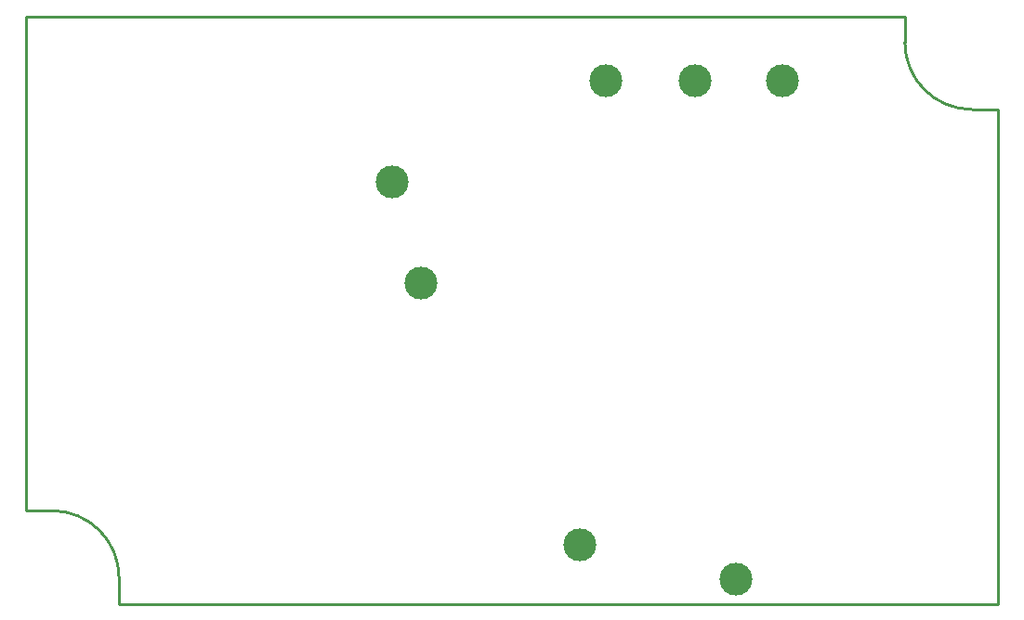
<source format=gbp>
G04*
G04 #@! TF.GenerationSoftware,Altium Limited,Altium Designer,20.2.4 (192)*
G04*
G04 Layer_Color=128*
%FSLAX44Y44*%
%MOMM*%
G71*
G04*
G04 #@! TF.SameCoordinates,742EB62A-7AE8-4A69-8DF3-B4F61E8DB2E3*
G04*
G04*
G04 #@! TF.FilePolarity,Positive*
G04*
G01*
G75*
%ADD10C,0.2540*%
%ADD181C,3.0000*%
D10*
X716000Y512123D02*
G03*
X777123Y451000I61123J0D01*
G01*
X0Y23877D02*
G03*
X-61123Y85000I-61123J-0D01*
G01*
X-85000Y536000D02*
X716000D01*
X0Y0D02*
X801000D01*
X-85000Y85000D02*
X-61123D01*
X777123Y451000D02*
X801000D01*
X801000Y0D02*
Y451000D01*
X-85000Y85000D02*
Y536000D01*
X0Y0D02*
Y23877D01*
X716000Y512123D02*
Y536000D01*
D181*
X561944Y22295D02*
D03*
X604040Y476842D02*
D03*
X419953Y53504D02*
D03*
X249082Y384829D02*
D03*
X275132Y292772D02*
D03*
X524446Y476842D02*
D03*
X443574D02*
D03*
M02*

</source>
